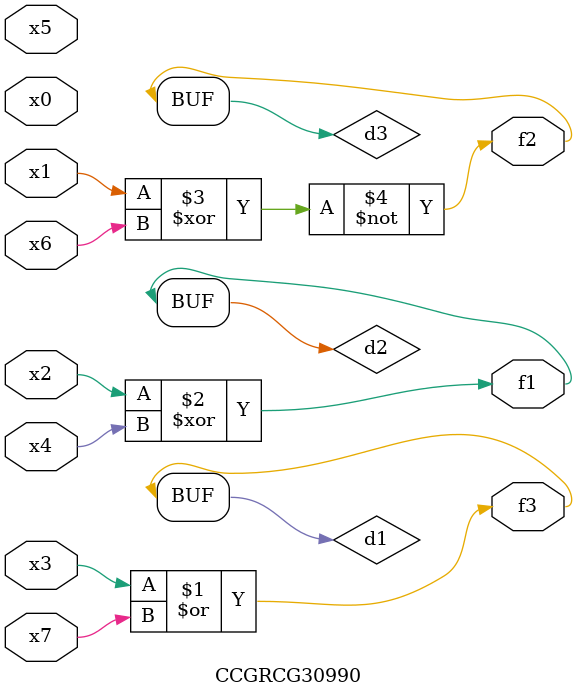
<source format=v>
module CCGRCG30990(
	input x0, x1, x2, x3, x4, x5, x6, x7,
	output f1, f2, f3
);

	wire d1, d2, d3;

	or (d1, x3, x7);
	xor (d2, x2, x4);
	xnor (d3, x1, x6);
	assign f1 = d2;
	assign f2 = d3;
	assign f3 = d1;
endmodule

</source>
